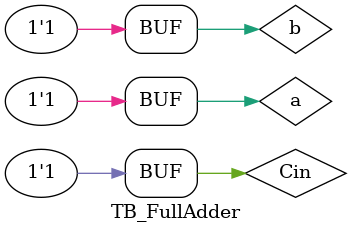
<source format=v>

module TB_FullAdder();
// Sum= a xor b xor Cin
// Cout (a xor b).Cin +a.b
reg a , b, Cin;
wire Sum, Cout;

full_adder_struct name(.a(a),.b(b),.cin(Cin),.sum(Sum),.cout(Cout)); 
initial
begin
    a=1'b0; b=1'b0; Cin=1'b0;
#10 a=1'b0; b=1'b0; Cin=1'b1;
#10 a=1'b0; b=1'b1; Cin=1'b0;
#10 a=1'b0; b=1'b1; Cin=1'b1;
#10 a=1'b1; b=1'b0; Cin=1'b0;
#10 a=1'b1; b=1'b0; Cin=1'b1;
#10 a=1'b1; b=1'b1; Cin=1'b0;
#10 a=1'b1; b=1'b1; Cin=1'b1;

end

endmodule
</source>
